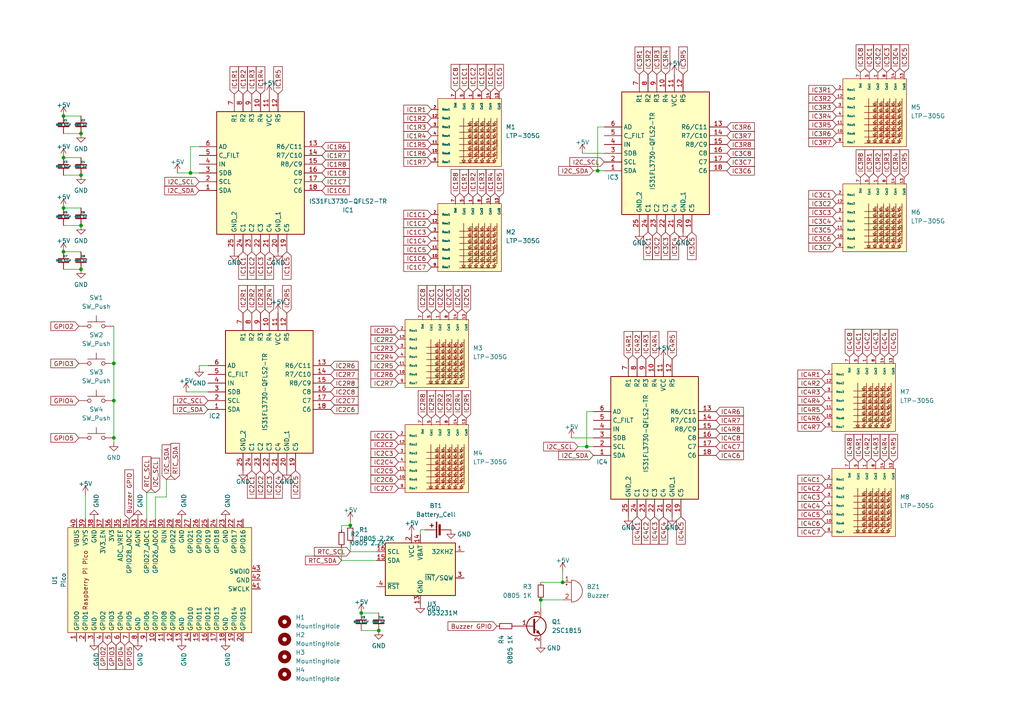
<source format=kicad_sch>
(kicad_sch (version 20230121) (generator eeschema)
  (paper "A4")
  (junction (at 23.495 50.8))
  (junction (at 23.495 38.735))
  (junction (at 18.415 33.655))
  (junction (at 18.415 45.72))
  (junction (at 104.775 177.8))
  (junction (at 101.6 152.4))
  (junction (at 23.495 78.105))
  (junction (at 109.855 182.88))
  (junction (at 18.415 60.325))
  (junction (at 33.02 127))
  (junction (at 23.495 65.405))
  (junction (at 33.02 105.41))
  (junction (at 18.415 73.025))
  (junction (at 33.02 116.205))
  (junction (at 173.355 49.53))
  (junction (at 55.245 50.165))
  (junction (at 156.845 173.99))
  (junction (at 163.195 168.91))
  (junction (at 170.18 129.54))
  (wire (pts (xy 18.415 33.655) (xy 23.495 33.655)))
  (wire (pts (xy 109.855 182.88) (xy 104.775 182.88)))
  (wire (pts (xy 121.92 153.67) (xy 123.19 153.67)))
  (wire (pts (xy 48.26 144.145) (xy 48.26 139.065)))
  (wire (pts (xy 48.26 139.065) (xy 50.8 139.065)))
  (wire (pts (xy 167.64 129.54) (xy 170.18 129.54)))
  (wire (pts (xy 104.775 177.8) (xy 109.855 177.8)))
  (wire (pts (xy 172.085 49.53) (xy 173.355 49.53)))
  (wire (pts (xy 42.545 150.495) (xy 42.545 142.875)))
  (wire (pts (xy 57.785 42.545) (xy 55.245 42.545)))
  (wire (pts (xy 45.085 144.145) (xy 48.26 144.145)))
  (wire (pts (xy 168.91 44.45) (xy 175.26 44.45)))
  (wire (pts (xy 18.415 73.025) (xy 23.495 73.025)))
  (wire (pts (xy 33.02 105.41) (xy 33.02 116.205)))
  (wire (pts (xy 101.6 160.02) (xy 101.6 157.48)))
  (wire (pts (xy 156.845 168.91) (xy 163.195 168.91)))
  (wire (pts (xy 23.495 38.735) (xy 18.415 38.735)))
  (wire (pts (xy 173.355 49.53) (xy 175.26 49.53)))
  (wire (pts (xy 163.195 173.99) (xy 156.845 173.99)))
  (wire (pts (xy 42.545 142.875) (xy 45.085 142.875)))
  (wire (pts (xy 109.22 160.02) (xy 101.6 160.02)))
  (wire (pts (xy 57.785 106.045) (xy 57.785 106.68)))
  (wire (pts (xy 18.415 60.325) (xy 23.495 60.325)))
  (wire (pts (xy 173.355 49.53) (xy 173.355 36.83)))
  (wire (pts (xy 101.6 152.4) (xy 99.06 152.4)))
  (wire (pts (xy 23.495 65.405) (xy 18.415 65.405)))
  (wire (pts (xy 23.495 50.8) (xy 18.415 50.8)))
  (wire (pts (xy 170.18 129.54) (xy 172.085 129.54)))
  (wire (pts (xy 33.02 94.615) (xy 33.02 105.41)))
  (wire (pts (xy 24.765 143.51) (xy 24.765 150.495)))
  (wire (pts (xy 170.18 119.38) (xy 172.085 119.38)))
  (wire (pts (xy 101.6 151.13) (xy 101.6 152.4)))
  (wire (pts (xy 163.195 165.735) (xy 163.195 168.91)))
  (wire (pts (xy 99.06 162.56) (xy 109.22 162.56)))
  (wire (pts (xy 23.495 78.105) (xy 18.415 78.105)))
  (wire (pts (xy 18.415 45.72) (xy 23.495 45.72)))
  (wire (pts (xy 173.355 36.83) (xy 175.26 36.83)))
  (wire (pts (xy 156.845 173.99) (xy 156.845 176.53)))
  (wire (pts (xy 33.02 116.205) (xy 33.02 127)))
  (wire (pts (xy 99.06 152.4) (xy 99.06 153.67)))
  (wire (pts (xy 170.18 129.54) (xy 170.18 119.38)))
  (wire (pts (xy 55.245 50.165) (xy 57.785 50.165)))
  (wire (pts (xy 57.785 106.045) (xy 60.325 106.045)))
  (wire (pts (xy 165.735 127) (xy 172.085 127)))
  (wire (pts (xy 51.435 50.165) (xy 55.245 50.165)))
  (wire (pts (xy 53.975 113.665) (xy 60.325 113.665)))
  (wire (pts (xy 121.92 153.67) (xy 121.92 154.94)))
  (wire (pts (xy 45.085 150.495) (xy 45.085 144.145)))
  (wire (pts (xy 99.06 158.75) (xy 99.06 162.56)))
  (wire (pts (xy 55.245 42.545) (xy 55.245 50.165)))
  (wire (pts (xy 33.02 128.27) (xy 33.02 127)))
  (global_label "IC1C6" (shape input) (at 93.345 55.245 0) (property "Intersheetrefs" "${INTERSHEET_REFS}" (effects hide)))
  (global_label "IC1R3" (shape input) (at 139.7 57.15 90) (property "Intersheetrefs" "${INTERSHEET_REFS}" (effects hide)))
  (global_label "IC2R2" (shape input) (at 115.57 98.425 180) (property "Intersheetrefs" "${INTERSHEET_REFS}" (effects hide)))
  (global_label "IC4R8" (shape input) (at 246.38 133.985 90) (property "Intersheetrefs" "${INTERSHEET_REFS}" (effects hide)))
  (global_label "IC3C6" (shape input) (at 242.57 69.215 180) (property "Intersheetrefs" "${INTERSHEET_REFS}" (effects hide)))
  (global_label "IC1C3" (shape input) (at 75.565 73.025 270) (property "Intersheetrefs" "${INTERSHEET_REFS}" (effects hide)))
  (global_label "IC1R3" (shape input) (at 73.025 27.305 90) (property "Intersheetrefs" "${INTERSHEET_REFS}" (effects hide)))
  (global_label "IC2C3" (shape input) (at 130.175 90.805 90) (property "Intersheetrefs" "${INTERSHEET_REFS}" (effects hide)))
  (global_label "IC4C7" (shape input) (at 239.395 154.305 180) (property "Intersheetrefs" "${INTERSHEET_REFS}" (effects hide)))
  (global_label "IC1C7" (shape input) (at 93.345 52.705 0) (property "Intersheetrefs" "${INTERSHEET_REFS}" (effects hide)))
  (global_label "IC1R7" (shape input) (at 93.345 45.085 0) (property "Intersheetrefs" "${INTERSHEET_REFS}" (effects hide)))
  (global_label "I2C_SDA" (shape input) (at 57.785 55.245 180) (property "Intersheetrefs" "${INTERSHEET_REFS}" (effects hide)))
  (global_label "IC2C3" (shape input) (at 78.105 136.525 270) (property "Intersheetrefs" "${INTERSHEET_REFS}" (effects hide)))
  (global_label "IC1C8" (shape input) (at 132.08 26.67 90) (property "Intersheetrefs" "${INTERSHEET_REFS}" (effects hide)))
  (global_label "IC1R1" (shape input) (at 125.095 31.75 180) (property "Intersheetrefs" "${INTERSHEET_REFS}" (effects hide)))
  (global_label "GPIO4" (shape input) (at 22.86 116.205 180) (property "Intersheetrefs" "${INTERSHEET_REFS}" (effects hide)))
  (global_label "IC3R8" (shape input) (at 249.555 51.435 90) (property "Intersheetrefs" "${INTERSHEET_REFS}" (effects hide)))
  (global_label "IC3C6" (shape input) (at 210.82 49.53 0) (property "Intersheetrefs" "${INTERSHEET_REFS}" (effects hide)))
  (global_label "IC4R2" (shape input) (at 184.785 104.14 90) (property "Intersheetrefs" "${INTERSHEET_REFS}" (effects hide)))
  (global_label "IC1R2" (shape input) (at 137.16 57.15 90) (property "Intersheetrefs" "${INTERSHEET_REFS}" (effects hide)))
  (global_label "IC4R3" (shape input) (at 187.325 104.14 90) (property "Intersheetrefs" "${INTERSHEET_REFS}" (effects hide)))
  (global_label "IC1C5" (shape input) (at 83.185 73.025 270) (property "Intersheetrefs" "${INTERSHEET_REFS}" (effects hide)))
  (global_label "GPIO2" (shape input) (at 29.845 186.055 270) (property "Intersheetrefs" "${INTERSHEET_REFS}" (effects hide)))
  (global_label "IC2R8" (shape input) (at 95.885 111.125 0) (property "Intersheetrefs" "${INTERSHEET_REFS}" (effects hide)))
  (global_label "IC1C1" (shape input) (at 125.095 62.23 180) (property "Intersheetrefs" "${INTERSHEET_REFS}" (effects hide)))
  (global_label "IC2R8" (shape input) (at 122.555 121.285 90) (property "Intersheetrefs" "${INTERSHEET_REFS}" (effects hide)))
  (global_label "IC2R2" (shape input) (at 73.025 90.805 90) (property "Intersheetrefs" "${INTERSHEET_REFS}" (effects hide)))
  (global_label "IC4C8" (shape input) (at 207.645 127 0) (property "Intersheetrefs" "${INTERSHEET_REFS}" (effects hide)))
  (global_label "IC2C2" (shape input) (at 127.635 90.805 90) (property "Intersheetrefs" "${INTERSHEET_REFS}" (effects hide)))
  (global_label "IC3C7" (shape input) (at 210.82 46.99 0) (property "Intersheetrefs" "${INTERSHEET_REFS}" (effects hide)))
  (global_label "GPIO3" (shape input) (at 32.385 186.055 270) (property "Intersheetrefs" "${INTERSHEET_REFS}" (effects hide)))
  (global_label "I2C_SCL" (shape input) (at 45.085 142.875 90) (property "Intersheetrefs" "${INTERSHEET_REFS}" (effects hide)))
  (global_label "IC3R5" (shape input) (at 262.255 51.435 90) (property "Intersheetrefs" "${INTERSHEET_REFS}" (effects hide)))
  (global_label "IC1R5" (shape input) (at 144.78 57.15 90) (property "Intersheetrefs" "${INTERSHEET_REFS}" (effects hide)))
  (global_label "GPIO4" (shape input) (at 34.925 186.055 270) (property "Intersheetrefs" "${INTERSHEET_REFS}" (effects hide)))
  (global_label "IC1C1" (shape input) (at 134.62 26.67 90) (property "Intersheetrefs" "${INTERSHEET_REFS}" (effects hide)))
  (global_label "IC2C1" (shape input) (at 73.025 136.525 270) (property "Intersheetrefs" "${INTERSHEET_REFS}" (effects hide)))
  (global_label "IC1C4" (shape input) (at 78.105 73.025 270) (property "Intersheetrefs" "${INTERSHEET_REFS}" (effects hide)))
  (global_label "GPIO5" (shape input) (at 22.86 127 180) (property "Intersheetrefs" "${INTERSHEET_REFS}" (effects hide)))
  (global_label "IC4C2" (shape input) (at 239.395 141.605 180) (property "Intersheetrefs" "${INTERSHEET_REFS}" (effects hide)))
  (global_label "IC2R5" (shape input) (at 135.255 121.285 90) (property "Intersheetrefs" "${INTERSHEET_REFS}" (effects hide)))
  (global_label "IC2C7" (shape input) (at 95.885 116.205 0) (property "Intersheetrefs" "${INTERSHEET_REFS}" (effects hide)))
  (global_label "IC2C8" (shape input) (at 122.555 90.805 90) (property "Intersheetrefs" "${INTERSHEET_REFS}" (effects hide)))
  (global_label "IC4R7" (shape input) (at 207.645 121.92 0) (property "Intersheetrefs" "${INTERSHEET_REFS}" (effects hide)))
  (global_label "IC2R3" (shape input) (at 115.57 100.965 180) (property "Intersheetrefs" "${INTERSHEET_REFS}" (effects hide)))
  (global_label "IC1R8" (shape input) (at 132.08 57.15 90) (property "Intersheetrefs" "${INTERSHEET_REFS}" (effects hide)))
  (global_label "IC3R6" (shape input) (at 242.57 38.735 180) (property "Intersheetrefs" "${INTERSHEET_REFS}" (effects hide)))
  (global_label "IC3R3" (shape input) (at 257.175 51.435 90) (property "Intersheetrefs" "${INTERSHEET_REFS}" (effects hide)))
  (global_label "IC1R1" (shape input) (at 67.945 27.305 90) (property "Intersheetrefs" "${INTERSHEET_REFS}" (effects hide)))
  (global_label "IC2C1" (shape input) (at 125.095 90.805 90) (property "Intersheetrefs" "${INTERSHEET_REFS}" (effects hide)))
  (global_label "IC4C5" (shape input) (at 259.08 103.505 90) (property "Intersheetrefs" "${INTERSHEET_REFS}" (effects hide)))
  (global_label "IC4C1" (shape input) (at 239.395 139.065 180) (property "Intersheetrefs" "${INTERSHEET_REFS}" (effects hide)))
  (global_label "IC2R4" (shape input) (at 78.105 90.805 90) (property "Intersheetrefs" "${INTERSHEET_REFS}" (effects hide)))
  (global_label "IC1R8" (shape input) (at 93.345 47.625 0) (property "Intersheetrefs" "${INTERSHEET_REFS}" (effects hide)))
  (global_label "IC3R5" (shape input) (at 242.57 36.195 180) (property "Intersheetrefs" "${INTERSHEET_REFS}" (effects hide)))
  (global_label "IC2R4" (shape input) (at 132.715 121.285 90) (property "Intersheetrefs" "${INTERSHEET_REFS}" (effects hide)))
  (global_label "GPIO2" (shape input) (at 22.86 94.615 180) (property "Intersheetrefs" "${INTERSHEET_REFS}" (effects hide)))
  (global_label "IC4C6" (shape input) (at 207.645 132.08 0) (property "Intersheetrefs" "${INTERSHEET_REFS}" (effects hide)))
  (global_label "IC4R6" (shape input) (at 239.395 121.285 180) (property "Intersheetrefs" "${INTERSHEET_REFS}" (effects hide)))
  (global_label "IC3R3" (shape input) (at 242.57 31.115 180) (property "Intersheetrefs" "${INTERSHEET_REFS}" (effects hide)))
  (global_label "IC3R7" (shape input) (at 210.82 39.37 0) (property "Intersheetrefs" "${INTERSHEET_REFS}" (effects hide)))
  (global_label "IC1R2" (shape input) (at 70.485 27.305 90) (property "Intersheetrefs" "${INTERSHEET_REFS}" (effects hide)))
  (global_label "IC1C2" (shape input) (at 137.16 26.67 90) (property "Intersheetrefs" "${INTERSHEET_REFS}" (effects hide)))
  (global_label "I2C_SDA" (shape input) (at 172.085 49.53 180) (property "Intersheetrefs" "${INTERSHEET_REFS}" (effects hide)))
  (global_label "IC1C5" (shape input) (at 125.095 72.39 180) (property "Intersheetrefs" "${INTERSHEET_REFS}" (effects hide)))
  (global_label "IC2R6" (shape input) (at 115.57 108.585 180) (property "Intersheetrefs" "${INTERSHEET_REFS}" (effects hide)))
  (global_label "I2C_SDA" (shape input) (at 172.085 132.08 180) (property "Intersheetrefs" "${INTERSHEET_REFS}" (effects hide)))
  (global_label "IC4C4" (shape input) (at 256.54 103.505 90) (property "Intersheetrefs" "${INTERSHEET_REFS}" (effects hide)))
  (global_label "RTC_SDA" (shape input) (at 99.06 162.56 180) (property "Intersheetrefs" "${INTERSHEET_REFS}" (effects hide)))
  (global_label "IC4R5" (shape input) (at 194.945 104.14 90) (property "Intersheetrefs" "${INTERSHEET_REFS}" (effects hide)))
  (global_label "IC3R8" (shape input) (at 210.82 41.91 0) (property "Intersheetrefs" "${INTERSHEET_REFS}" (effects hide)))
  (global_label "IC2C4" (shape input) (at 132.715 90.805 90) (property "Intersheetrefs" "${INTERSHEET_REFS}" (effects hide)))
  (global_label "IC3R7" (shape input) (at 242.57 41.275 180) (property "Intersheetrefs" "${INTERSHEET_REFS}" (effects hide)))
  (global_label "IC3R1" (shape input) (at 252.095 51.435 90) (property "Intersheetrefs" "${INTERSHEET_REFS}" (effects hide)))
  (global_label "IC1R6" (shape input) (at 93.345 42.545 0) (property "Intersheetrefs" "${INTERSHEET_REFS}" (effects hide)))
  (global_label "IC4R2" (shape input) (at 239.395 111.125 180) (property "Intersheetrefs" "${INTERSHEET_REFS}" (effects hide)))
  (global_label "IC2C7" (shape input) (at 115.57 141.605 180) (property "Intersheetrefs" "${INTERSHEET_REFS}" (effects hide)))
  (global_label "IC2R3" (shape input) (at 130.175 121.285 90) (property "Intersheetrefs" "${INTERSHEET_REFS}" (effects hide)))
  (global_label "IC3R4" (shape input) (at 259.715 51.435 90) (property "Intersheetrefs" "${INTERSHEET_REFS}" (effects hide)))
  (global_label "IC2C1" (shape input) (at 115.57 126.365 180) (property "Intersheetrefs" "${INTERSHEET_REFS}" (effects hide)))
  (global_label "IC3C3" (shape input) (at 257.175 20.955 90) (property "Intersheetrefs" "${INTERSHEET_REFS}" (effects hide)))
  (global_label "IC4C3" (shape input) (at 189.865 149.86 270) (property "Intersheetrefs" "${INTERSHEET_REFS}" (effects hide)))
  (global_label "IC2C2" (shape input) (at 75.565 136.525 270) (property "Intersheetrefs" "${INTERSHEET_REFS}" (effects hide)))
  (global_label "IC1C4" (shape input) (at 142.24 26.67 90) (property "Intersheetrefs" "${INTERSHEET_REFS}" (effects hide)))
  (global_label "IC1C2" (shape input) (at 125.095 64.77 180) (property "Intersheetrefs" "${INTERSHEET_REFS}" (effects hide)))
  (global_label "IC1R3" (shape input) (at 125.095 36.83 180) (property "Intersheetrefs" "${INTERSHEET_REFS}" (effects hide)))
  (global_label "IC1R4" (shape input) (at 125.095 39.37 180) (property "Intersheetrefs" "${INTERSHEET_REFS}" (effects hide)))
  (global_label "Buzzer GPIO" (shape input) (at 144.145 181.61 180) (property "Intersheetrefs" "${INTERSHEET_REFS}" (effects hide)))
  (global_label "IC1R1" (shape input) (at 134.62 57.15 90) (property "Intersheetrefs" "${INTERSHEET_REFS}" (effects hide)))
  (global_label "IC2C4" (shape input) (at 115.57 133.985 180) (property "Intersheetrefs" "${INTERSHEET_REFS}" (effects hide)))
  (global_label "IC2C8" (shape input) (at 95.885 113.665 0) (property "Intersheetrefs" "${INTERSHEET_REFS}" (effects hide)))
  (global_label "IC3C1" (shape input) (at 242.57 56.515 180) (property "Intersheetrefs" "${INTERSHEET_REFS}" (effects hide)))
  (global_label "IC2C6" (shape input) (at 115.57 139.065 180) (property "Intersheetrefs" "${INTERSHEET_REFS}" (effects hide)))
  (global_label "IC1C1" (shape input) (at 70.485 73.025 270) (property "Intersheetrefs" "${INTERSHEET_REFS}" (effects hide)))
  (global_label "IC4C5" (shape input) (at 239.395 149.225 180) (property "Intersheetrefs" "${INTERSHEET_REFS}" (effects hide)))
  (global_label "IC3C2" (shape input) (at 242.57 59.055 180) (property "Intersheetrefs" "${INTERSHEET_REFS}" (effects hide)))
  (global_label "IC3C2" (shape input) (at 190.5 67.31 270) (property "Intersheetrefs" "${INTERSHEET_REFS}" (effects hide)))
  (global_label "IC4R1" (shape input) (at 248.92 133.985 90) (property "Intersheetrefs" "${INTERSHEET_REFS}" (effects hide)))
  (global_label "IC4R4" (shape input) (at 189.865 104.14 90) (property "Intersheetrefs" "${INTERSHEET_REFS}" (effects hide)))
  (global_label "IC1C6" (shape input) (at 125.095 74.93 180) (property "Intersheetrefs" "${INTERSHEET_REFS}" (effects hide)))
  (global_label "IC1R5" (shape input) (at 80.645 27.305 90) (property "Intersheetrefs" "${INTERSHEET_REFS}" (effects hide)))
  (global_label "IC2C6" (shape input) (at 95.885 118.745 0) (property "Intersheetrefs" "${INTERSHEET_REFS}" (effects hide)))
  (global_label "IC2C5" (shape input) (at 85.725 136.525 270) (property "Intersheetrefs" "${INTERSHEET_REFS}" (effects hide)))
  (global_label "IC3C4" (shape input) (at 195.58 67.31 270) (property "Intersheetrefs" "${INTERSHEET_REFS}" (effects hide)))
  (global_label "IC2R4" (shape input) (at 115.57 103.505 180) (property "Intersheetrefs" "${INTERSHEET_REFS}" (effects hide)))
  (global_label "IC2R6" (shape input) (at 95.885 106.045 0) (property "Intersheetrefs" "${INTERSHEET_REFS}" (effects hide)))
  (global_label "IC3C4" (shape input) (at 242.57 64.135 180) (property "Intersheetrefs" "${INTERSHEET_REFS}" (effects hide)))
  (global_label "IC4C2" (shape input) (at 251.46 103.505 90) (property "Intersheetrefs" "${INTERSHEET_REFS}" (effects hide)))
  (global_label "IC4C1" (shape input) (at 184.785 149.86 270) (property "Intersheetrefs" "${INTERSHEET_REFS}" (effects hide)))
  (global_label "IC3R2" (shape input) (at 242.57 28.575 180) (property "Intersheetrefs" "${INTERSHEET_REFS}" (effects hide)))
  (global_label "IC4R6" (shape input) (at 207.645 119.38 0) (property "Intersheetrefs" "${INTERSHEET_REFS}" (effects hide)))
  (global_label "IC4C3" (shape input) (at 239.395 144.145 180) (property "Intersheetrefs" "${INTERSHEET_REFS}" (effects hide)))
  (global_label "IC4R3" (shape input) (at 254 133.985 90) (property "Intersheetrefs" "${INTERSHEET_REFS}" (effects hide)))
  (global_label "IC2R2" (shape input) (at 127.635 121.285 90) (property "Intersheetrefs" "${INTERSHEET_REFS}" (effects hide)))
  (global_label "RTC_SDA" (shape input) (at 50.8 139.065 90) (property "Intersheetrefs" "${INTERSHEET_REFS}" (effects hide)))
  (global_label "I2C_SDA" (shape input) (at 48.26 139.065 90) (property "Intersheetrefs" "${INTERSHEET_REFS}" (effects hide)))
  (global_label "IC4R7" (shape input) (at 239.395 123.825 180) (property "Intersheetrefs" "${INTERSHEET_REFS}" (effects hide)))
  (global_label "IC1C3" (shape input) (at 125.095 67.31 180) (property "Intersheetrefs" "${INTERSHEET_REFS}" (effects hide)))
  (global_label "IC3R6" (shape input) (at 210.82 36.83 0) (property "Intersheetrefs" "${INTERSHEET_REFS}" (effects hide)))
  (global_label "IC2R1" (shape input) (at 115.57 95.885 180) (property "Intersheetrefs" "${INTERSHEET_REFS}" (effects hide)))
  (global_label "IC4R8" (shape input) (at 207.645 124.46 0) (property "Intersheetrefs" "${INTERSHEET_REFS}" (effects hide)))
  (global_label "GPIO3" (shape input) (at 22.86 105.41 180) (property "Intersheetrefs" "${INTERSHEET_REFS}" (effects hide)))
  (global_label "IC3C5" (shape input) (at 200.66 67.31 270) (property "Intersheetrefs" "${INTERSHEET_REFS}" (effects hide)))
  (global_label "IC2R7" (shape input) (at 95.885 108.585 0) (property "Intersheetrefs" "${INTERSHEET_REFS}" (effects hide)))
  (global_label "IC2R1" (shape input) (at 70.485 90.805 90) (property "Intersheetrefs" "${INTERSHEET_REFS}" (effects hide)))
  (global_label "IC4C3" (shape input) (at 254 103.505 90) (property "Intersheetrefs" "${INTERSHEET_REFS}" (effects hide)))
  (global_label "IC1C2" (shape input) (at 73.025 73.025 270) (property "Intersheetrefs" "${INTERSHEET_REFS}" (effects hide)))
  (global_label "IC4R3" (shape input) (at 239.395 113.665 180) (property "Intersheetrefs" "${INTERSHEET_REFS}" (effects hide)))
  (global_label "IC3C2" (shape input) (at 254.635 20.955 90) (property "Intersheetrefs" "${INTERSHEET_REFS}" (effects hide)))
  (global_label "IC4C6" (shape input) (at 239.395 151.765 180) (property "Intersheetrefs" "${INTERSHEET_REFS}" (effects hide)))
  (global_label "IC2R7" (shape input) (at 115.57 111.125 180) (property "Intersheetrefs" "${INTERSHEET_REFS}" (effects hide)))
  (global_label "IC2R1" (shape input) (at 125.095 121.285 90) (property "Intersheetrefs" "${INTERSHEET_REFS}" (effects hide)))
  (global_label "IC4C4" (shape input) (at 239.395 146.685 180) (property "Intersheetrefs" "${INTERSHEET_REFS}" (effects hide)))
  (global_label "IC2C3" (shape input) (at 115.57 131.445 180) (property "Intersheetrefs" "${INTERSHEET_REFS}" (effects hide)))
  (global_label "GPIO5" (shape input) (at 37.465 186.055 270) (property "Intersheetrefs" "${INTERSHEET_REFS}" (effects hide)))
  (global_label "I2C_SCL" (shape input) (at 167.64 129.54 180) (property "Intersheetrefs" "${INTERSHEET_REFS}" (effects hide)))
  (global_label "IC1R7" (shape input) (at 125.095 46.99 180) (property "Intersheetrefs" "${INTERSHEET_REFS}" (effects hide)))
  (global_label "IC4R4" (shape input) (at 239.395 116.205 180) (property "Intersheetrefs" "${INTERSHEET_REFS}" (effects hide)))
  (global_label "IC3R2" (shape input) (at 254.635 51.435 90) (property "Intersheetrefs" "${INTERSHEET_REFS}" (effects hide)))
  (global_label "IC3C4" (shape input) (at 259.715 20.955 90) (property "Intersheetrefs" "${INTERSHEET_REFS}" (effects hide)))
  (global_label "IC3C8" (shape input) (at 210.82 44.45 0) (property "Intersheetrefs" "${INTERSHEET_REFS}" (effects hide)))
  (global_label "IC3C5" (shape input) (at 242.57 66.675 180) (property "Intersheetrefs" "${INTERSHEET_REFS}" (effects hide)))
  (global_label "IC3C3" (shape input) (at 242.57 61.595 180) (property "Intersheetrefs" "${INTERSHEET_REFS}" (effects hide)))
  (global_label "IC3R4" (shape input) (at 242.57 33.655 180) (property "Intersheetrefs" "${INTERSHEET_REFS}" (effects hide)))
  (global_label "IC4R1" (shape input) (at 182.245 104.14 90) (property "Intersheetrefs" "${INTERSHEET_REFS}" (effects hide)))
  (global_label "Buzzer GPIO" (shape input) (at 37.465 150.495 90) (property "Intersheetrefs" "${INTERSHEET_REFS}" (effects hide)))
  (global_label "IC2R3" (shape input) (at 75.565 90.805 90) (property "Intersheetrefs" "${INTERSHEET_REFS}" (effects hide)))
  (global_label "IC4C5" (shape input) (at 197.485 149.86 270) (property "Intersheetrefs" "${INTERSHEET_REFS}" (effects hide)))
  (global_label "IC4C4" (shape input) (at 192.405 149.86 270) (property "Intersheetrefs" "${INTERSHEET_REFS}" (effects hide)))
  (global_label "IC2R5" (shape input) (at 83.185 90.805 90) (property "Intersheetrefs" "${INTERSHEET_REFS}" (effects hide)))
  (global_label "IC3R2" (shape input) (at 187.96 21.59 90) (property "Intersheetrefs" "${INTERSHEET_REFS}" (effects hide)))
  (global_label "I2C_SCL" (shape input) (at 57.785 52.705 180) (property "Intersheetrefs" "${INTERSHEET_REFS}" (effects hide)))
  (global_label "IC4C7" (shape input) (at 207.645 129.54 0) (property "Intersheetrefs" "${INTERSHEET_REFS}" (effects hide)))
  (global_label "IC4C2" (shape input) (at 187.325 149.86 270) (property "Intersheetrefs" "${INTERSHEET_REFS}" (effects hide)))
  (global_label "I2C_SCL" (shape input) (at 175.26 46.99 180) (property "Intersheetrefs" "${INTERSHEET_REFS}" (effects hide)))
  (global_label "IC3R1" (shape input) (at 242.57 26.035 180) (property "Intersheetrefs" "${INTERSHEET_REFS}" (effects hide)))
  (global_label "IC1R4" (shape input) (at 75.565 27.305 90) (property "Intersheetrefs" "${INTERSHEET_REFS}" (effects hide)))
  (global_label "RTC_SCL" (shape input) (at 101.6 160.02 180) (property "Intersheetrefs" "${INTERSHEET_REFS}" (effects hide)))
  (global_label "IC3R5" (shape input) (at 198.12 21.59 90) (property "Intersheetrefs" "${INTERSHEET_REFS}" (effects hide)))
  (global_label "IC1R2" (shape input) (at 125.095 34.29 180) (property "Intersheetrefs" "${INTERSHEET_REFS}" (effects hide)))
  (global_label "IC1C3" (shape input) (at 139.7 26.67 90) (property "Intersheetrefs" "${INTERSHEET_REFS}" (effects hide)))
  (global_label "IC3R1" (shape input) (at 185.42 21.59 90) (property "Intersheetrefs" "${INTERSHEET_REFS}" (effects hide)))
  (global_label "IC1R6" (shape input) (at 125.095 44.45 180) (property "Intersheetrefs" "${INTERSHEET_REFS}" (effects hide)))
  (global_label "IC3C5" (shape input) (at 262.255 20.955 90) (property "Intersheetrefs" "${INTERSHEET_REFS}" (effects hide)))
  (global_label "IC2C2" (shape input) (at 115.57 128.905 180) (property "Intersheetrefs" "${INTERSHEET_REFS}" (effects hide)))
  (global_label "IC1C7" (shape input) (at 125.095 77.47 180) (property "Intersheetrefs" "${INTERSHEET_REFS}" (effects hide)))
  (global_label "IC4R5" (shape input) (at 259.08 133.985 90) (property "Intersheetrefs" "${INTERSHEET_REFS}" (effects hide)))
  (global_label "IC4C1" (shape input) (at 248.92 103.505 90) (property "Intersheetrefs" "${INTERSHEET_REFS}" (effects hide)))
  (global_label "I2C_SDA" (shape input) (at 60.325 118.745 180) (property "Intersheetrefs" "${INTERSHEET_REFS}" (effects hide)))
  (global_label "IC1R5" (shape input) (at 125.095 41.91 180) (property "Intersheetrefs" "${INTERSHEET_REFS}" (effects hide)))
  (global_label "IC3R3" (shape input) (at 190.5 21.59 90) (property "Intersheetrefs" "${INTERSHEET_REFS}" (effects hide)))
  (global_label "IC4C8" (shape input) (at 246.38 103.505 90) (property "Intersheetrefs" "${INTERSHEET_REFS}" (effects hide)))
  (global_label "IC3C3" (shape input) (at 193.04 67.31 270) (property "Intersheetrefs" "${INTERSHEET_REFS}" (effects hide)))
  (global_label "I2C_SCL" (shape input) (at 60.325 116.205 180) (property "Intersheetrefs" "${INTERSHEET_REFS}" (effects hide)))
  (global_label "IC2C5" (shape input) (at 115.57 136.525 180) (property "Intersheetrefs" "${INTERSHEET_REFS}" (effects hide)))
  (global_label "IC2R5" (shape input) (at 115.57 106.045 180) (property "Intersheetrefs" "${INTERSHEET_REFS}" (effects hide)))
  (global_label "IC2C5" (shape input) (at 135.255 90.805 90) (property "Intersheetrefs" "${INTERSHEET_REFS}" (effects hide)))
  (global_label "IC4R5" (shape input) (at 239.395 118.745 180) (property "Intersheetrefs" "${INTERSHEET_REFS}" (effects hide)))
  (global_label "IC1C8" (shape input) (at 93.345 50.165 0) (property "Intersheetrefs" "${INTERSHEET_REFS}" (effects hide)))
  (global_label "RTC_SCL" (shape input) (at 42.545 142.875 90) (property "Intersheetrefs" "${INTERSHEET_REFS}" (effects hide)))
  (global_label "IC3C1" (shape input) (at 252.095 20.955 90) (property "Intersheetrefs" "${INTERSHEET_REFS}" (effects hide)))
  (global_label "IC3C7" (shape input) (at 242.57 71.755 180) (property "Intersheetrefs" "${INTERSHEET_REFS}" (effects hide)))
  (global_label "IC1R4" (shape input) (at 142.24 57.15 90) (property "Intersheetrefs" "${INTERSHEET_REFS}" (effects hide)))
  (global_label "IC3C8" (shape input) (at 249.555 20.955 90) (property "Intersheetrefs" "${INTERSHEET_REFS}" (effects hide)))
  (global_label "IC4R2" (shape input) (at 251.46 133.985 90) (property "Intersheetrefs" "${INTERSHEET_REFS}" (effects hide)))
  (global_label "IC3C1" (shape input) (at 187.96 67.31 270) (property "Intersheetrefs" "${INTERSHEET_REFS}" (effects hide)))
  (global_label "IC1C5" (shape input) (at 144.78 26.67 90) (property "Intersheetrefs" "${INTERSHEET_REFS}" (effects hide)))
  (global_label "IC4R1" (shape input) (at 239.395 108.585 180) (property "Intersheetrefs" "${INTERSHEET_REFS}" (effects hide)))
  (global_label "IC2C4" (shape input) (at 80.645 136.525 270) (property "Intersheetrefs" "${INTERSHEET_REFS}" (effects hide)))
  (global_label "IC1C4" (shape input) (at 125.095 69.85 180) (property "Intersheetrefs" "${INTERSHEET_REFS}" (effects hide)))
  (global_label "IC4R4" (shape input) (at 256.54 133.985 90) (property "Intersheetrefs" "${INTERSHEET_REFS}" (effects hide)))
  (global_label "IC3R4" (shape input) (at 193.04 21.59 90) (property "Intersheetrefs" "${INTERSHEET_REFS}" (effects hide)))
  (symbol (lib_id "Switch:SW_Push") (at 27.94 127 0) (unit 1)
    (property "Reference" "SW4" (at 27.94 118.745 0))
    (property "Value" "SW_Push" (at 27.94 121.285 0))
    (property "Footprint" "Button_Switch_SMD:SW_Push_SPST_NO_Alps_SKRK" (effects hide))
  )
  (symbol (lib_id "power:GND") (at 80.645 73.025 0) (mirror y) (unit 1)
    (property "Reference" "#PWR012" (effects hide))
    (property "Value" "GND" (at 80.645 76.2 0))
  )
  (symbol (lib_id "power:GND") (at 23.495 65.405 0) (unit 1)
    (property "Reference" "#PWR08" (effects hide))
    (property "Value" "GND" (at 23.495 69.85 0))
  )
  (symbol (lib_id "Device:C_Small") (at 104.775 180.34 0) (unit 1)
    (property "Reference" "C9" (at 105.41 179.07 0) (effects (font (size 0.5 0.5))))
    (property "Value" "0805 0.1uF" (at 104.775 180.34 0) (effects (font (size 0.5 0.5))))
    (property "Footprint" "Capacitor_SMD:C_0805_2012Metric" (effects hide))
  )
  (symbol (lib_id "IS31FL3730-QFLS2-TR:IS31FL3730-QFLS2-TR") (at 172.085 132.08 0) (mirror x) (unit 1)
    (property "Reference" "IC4" (at 174.625 133.985 0))
    (property "Value" "IS31FL3730-QFLS2-TR" (at 187.325 125.73 90))
    (property "Footprint" "Package_DFN_QFN:QFN-24-1EP_4x4mm_P0.5mm_EP2.6x2.6mm" (effects hide))
    (property "Datasheet" "https://componentsearchengine.com/Datasheets/1/IS31FL3730-QFLS2-TR.pdf" (effects hide))
    (property "Height" "0.8" (effects hide))
    (property "Mouser Part Number" "870-IS31FL3730QFLS2R" (effects hide))
    (property "Mouser Price/Stock" "https://www.mouser.com/Search/Refine.aspx?Keyword=870-IS31FL3730QFLS2R" (effects hide))
    (property "Manufacturer_Name" "Integrated Silicon Solution Inc." (effects hide))
    (property "Manufacturer_Part_Number" "IS31FL3730-QFLS2-TR" (effects hide))
  )
  (symbol (lib_id "power:GND") (at 57.785 106.68 0) (unit 1)
    (property "Reference" "#PWR023" (effects hide))
    (property "Value" "GND" (at 57.785 111.125 0))
  )
  (symbol (lib_id "Timer_RTC:DS3231M") (at 121.92 165.1 0) (unit 1)
    (property "Reference" "U3" (at 123.8759 175.26 0) (effects (justify left)))
    (property "Value" "DS3231M" (at 123.8759 177.8 0) (effects (justify left)))
    (property "Footprint" "Package_SO:SOIC-16W_7.5x10.3mm_P1.27mm" (effects hide))
    (property "Datasheet" "http://datasheets.maximintegrated.com/en/ds/DS3231.pdf" (effects hide))
  )
  (symbol (lib_id "power:+5V") (at 53.975 113.665 0) (unit 1)
    (property "Reference" "#PWR02" (effects hide))
    (property "Value" "+5V" (at 53.975 110.49 0))
  )
  (symbol (lib_id "power:+5V") (at 80.645 90.805 0) (unit 1)
    (property "Reference" "#PWR013" (effects hide))
    (property "Value" "+5V" (at 80.645 87.63 0))
  )
  (symbol (lib_id "power:+5V") (at 18.415 73.025 0) (unit 1)
    (property "Reference" "#PWR024" (effects hide))
    (property "Value" "+5V" (at 18.415 69.85 0))
  )
  (symbol (lib_id "Transistor_BJT:BC817") (at 154.305 181.61 0) (unit 1)
    (property "Reference" "Q1" (at 160.02 180.34 0) (effects (justify left)))
    (property "Value" "2SC1815" (at 160.02 182.88 0) (effects (justify left)))
    (property "Footprint" "Package_TO_SOT_SMD:SOT-23" (effects hide))
    (property "Datasheet" "https://www.onsemi.com/pub/Collateral/BC818-D.pdf" (effects hide))
  )
  (symbol (lib_id "Device:R_Small") (at 146.685 181.61 90) (mirror x) (unit 1)
    (property "Reference" "R4" (at 145.415 184.15 0) (effects (justify left)))
    (property "Value" "0805 1K" (at 147.955 184.15 0) (effects (justify left)))
    (property "Footprint" "Resistor_SMD:R_0805_2012Metric" (effects hide))
  )
  (symbol (lib_id "power:GND") (at 185.42 67.31 0) (mirror y) (unit 1)
    (property "Reference" "#PWR016" (effects hide))
    (property "Value" "GND" (at 185.42 70.485 0))
  )
  (symbol (lib_id "power:GND") (at 33.02 128.27 0) (mirror y) (unit 1)
    (property "Reference" "#PWR042" (effects hide))
    (property "Value" "GND" (at 33.02 132.715 0))
  )
  (symbol (lib_id "Device:Buzzer") (at 165.735 171.45 0) (unit 1)
    (property "Reference" "BZ1" (at 170.18 170.18 0) (effects (justify left)))
    (property "Value" "Buzzer" (at 170.18 172.72 0) (effects (justify left)))
    (property "Footprint" "Buzzer_Beeper:Buzzer_TDK_PS1240P02BT_D12.2mm_H6.5mm" (effects hide))
  )
  (symbol (lib_id "power:GND") (at 23.495 50.8 0) (unit 1)
    (property "Reference" "#PWR06" (effects hide))
    (property "Value" "GND" (at 23.495 55.245 0))
  )
  (symbol (lib_id "power:+5V") (at 101.6 151.13 0) (unit 1)
    (property "Reference" "#PWR039" (effects hide))
    (property "Value" "+5V" (at 101.6 147.955 0))
  )
  (symbol (lib_id "Device:C_Small") (at 18.415 75.565 0) (unit 1)
    (property "Reference" "C7" (at 19.05 74.295 0) (effects (font (size 0.5 0.5))))
    (property "Value" "0805 0.1uF" (at 18.415 75.565 0) (effects (font (size 0.5 0.5))))
    (property "Footprint" "Capacitor_SMD:C_0805_2012Metric" (effects hide))
  )
  (symbol (lib_id "Device:C_Small") (at 109.855 180.34 0) (unit 1)
    (property "Reference" "C10" (at 110.49 179.07 0) (effects (font (size 0.5 0.5))))
    (property "Value" "0805 1uF" (at 109.855 180.34 0) (effects (font (size 0.5 0.5))))
    (property "Footprint" "Capacitor_SMD:C_0805_2012Metric" (effects hide))
  )
  (symbol (lib_id "power:GND") (at 65.405 186.055 0) (unit 1)
    (property "Reference" "#PWR034" (effects hide))
    (property "Value" "GND" (at 66.04 189.23 90) (effects (justify right)))
  )
  (symbol (lib_id "Device:R_Small") (at 101.6 154.94 0) (unit 1)
    (property "Reference" "R1" (at 104.14 153.67 0) (effects (justify left)))
    (property "Value" "0805 2.2K" (at 104.14 156.21 0) (effects (justify left)))
    (property "Footprint" "Resistor_SMD:R_0805_2012Metric" (effects hide))
  )
  (symbol (lib_id "power:+5V") (at 51.435 50.165 0) (unit 1)
    (property "Reference" "#PWR01" (effects hide))
    (property "Value" "+5V" (at 51.435 46.99 0))
  )
  (symbol (lib_id "Device:C_Small") (at 18.415 36.195 0) (unit 1)
    (property "Reference" "C1" (at 19.05 34.925 0) (effects (font (size 0.5 0.5))))
    (property "Value" "0805 0.1uF" (at 18.415 36.195 0) (effects (font (size 0.5 0.5))))
    (property "Footprint" "Capacitor_SMD:C_0805_2012Metric" (effects hide))
  )
  (symbol (lib_id "Mechanical:MountingHole") (at 82.55 180.34 0) (unit 1)
    (property "Reference" "H1" (at 85.725 179.07 0) (effects (justify left)))
    (property "Value" "MountingHole" (at 85.725 181.61 0) (effects (justify left)))
    (property "Footprint" "MountingHole:MountingHole_2.2mm_M2" (effects hide))
  )
  (symbol (lib_id "Device:C_Small") (at 23.495 62.865 0) (unit 1)
    (property "Reference" "C6" (at 24.13 61.595 0) (effects (font (size 0.5 0.5))))
    (property "Value" "0805 1uF" (at 23.495 62.865 0) (effects (font (size 0.5 0.5))))
    (property "Footprint" "Capacitor_SMD:C_0805_2012Metric" (effects hide))
  )
  (symbol (lib_id "Switch:SW_Push") (at 27.94 116.205 0) (unit 1)
    (property "Reference" "SW3" (at 27.94 107.95 0))
    (property "Value" "SW_Push" (at 27.94 110.49 0))
    (property "Footprint" "Button_Switch_SMD:SW_Push_SPST_NO_Alps_SKRK" (effects hide))
  )
  (symbol (lib_id "power:GND") (at 40.005 186.055 0) (unit 1)
    (property "Reference" "#PWR032" (effects hide))
    (property "Value" "GND" (at 40.64 189.23 90) (effects (justify right)))
  )
  (symbol (lib_id "power:GND") (at 65.405 150.495 0) (mirror x) (unit 1)
    (property "Reference" "#PWR030" (effects hide))
    (property "Value" "GND" (at 66.04 147.32 90) (effects (justify right)))
  )
  (symbol (lib_id "Device:Battery_Cell") (at 128.27 153.67 90) (unit 1)
    (property "Reference" "BT1" (at 126.4285 146.685 90))
    (property "Value" "Battery_Cell" (at 126.4285 149.225 90))
    (property "Footprint" "Battery:BatteryHolder_LINX_BAT-HLD-012-SMT" (effects hide))
  )
  (symbol (lib_id "power:+5V") (at 165.735 127 0) (unit 1)
    (property "Reference" "#PWR019" (effects hide))
    (property "Value" "+5V" (at 165.735 123.825 0))
  )
  (symbol (lib_id "ltp-305g:LTP-305G") (at 226.695 147.955 0) (unit 1)
    (property "Reference" "M8" (at 260.985 144.145 0) (effects (justify left)))
    (property "Value" "LTP-305G" (at 260.985 146.685 0) (effects (justify left)))
    (property "Footprint" "LTP-305G:LTP-305G" (effects hide))
    (property "Datasheet" "https://media.digikey.com/pdf/Data%20Sheets/Lite-On%20PDFs/LTP-305G.pdf" (effects hide))
  )
  (symbol (lib_id "ltp-305g:LTP-305G") (at 229.87 65.405 0) (unit 1)
    (property "Reference" "M6" (at 264.16 61.595 0) (effects (justify left)))
    (property "Value" "LTP-305G" (at 264.16 64.135 0) (effects (justify left)))
    (property "Footprint" "LTP-305G:LTP-305G" (effects hide))
    (property "Datasheet" "https://media.digikey.com/pdf/Data%20Sheets/Lite-On%20PDFs/LTP-305G.pdf" (effects hide))
  )
  (symbol (lib_id "Mechanical:MountingHole") (at 82.55 195.58 0) (unit 1)
    (property "Reference" "H4" (at 85.725 194.31 0) (effects (justify left)))
    (property "Value" "MountingHole" (at 85.725 196.85 0) (effects (justify left)))
    (property "Footprint" "MountingHole:MountingHole_2.2mm_M2" (effects hide))
  )
  (symbol (lib_id "Device:R_Small") (at 99.06 156.21 0) (unit 1)
    (property "Reference" "R2" (at 101.6 154.94 0) (effects (justify left)))
    (property "Value" "0805 2.2K" (at 101.6 157.48 0) (effects (justify left)))
    (property "Footprint" "Resistor_SMD:R_0805_2012Metric" (effects hide))
  )
  (symbol (lib_id "Mechanical:MountingHole") (at 82.55 190.5 0) (unit 1)
    (property "Reference" "H3" (at 85.725 189.23 0) (effects (justify left)))
    (property "Value" "MountingHole" (at 85.725 191.77 0) (effects (justify left)))
    (property "Footprint" "MountingHole:MountingHole_2.2mm_M2" (effects hide))
  )
  (symbol (lib_id "IS31FL3730-QFLS2-TR:IS31FL3730-QFLS2-TR") (at 57.785 55.245 0) (mirror x) (unit 1)
    (property "Reference" "IC1" (at 100.965 60.9347 0))
    (property "Value" "IS31FL3730-QFLS2-TR" (at 100.965 58.3947 0))
    (property "Footprint" "Package_DFN_QFN:QFN-24-1EP_4x4mm_P0.5mm_EP2.6x2.6mm" (effects hide))
    (property "Datasheet" "https://componentsearchengine.com/Datasheets/1/IS31FL3730-QFLS2-TR.pdf" (effects hide))
    (property "Height" "0.8" (effects hide))
    (property "Mouser Part Number" "870-IS31FL3730QFLS2R" (effects hide))
    (property "Mouser Price/Stock" "https://www.mouser.com/Search/Refine.aspx?Keyword=870-IS31FL3730QFLS2R" (effects hide))
    (property "Manufacturer_Name" "Integrated Silicon Solution Inc." (effects hide))
    (property "Manufacturer_Part_Number" "IS31FL3730-QFLS2-TR" (effects hide))
  )
  (symbol (lib_id "ltp-305g:LTP-305G") (at 226.695 117.475 0) (unit 1)
    (property "Reference" "M7" (at 260.985 113.665 0) (effects (justify left)))
    (property "Value" "LTP-305G" (at 260.985 116.205 0) (effects (justify left)))
    (property "Footprint" "LTP-305G:LTP-305G" (effects hide))
    (property "Datasheet" "https://media.digikey.com/pdf/Data%20Sheets/Lite-On%20PDFs/LTP-305G.pdf" (effects hide))
  )
  (symbol (lib_id "MCU_RaspberryPi_and_Boards:Pico") (at 46.355 168.275 90) (unit 1)
    (property "Reference" "U1" (at 15.875 168.275 0))
    (property "Value" "Pico" (at 18.415 168.275 0))
    (property "Footprint" "MCU_RaspberryPi_and_Boards:RPi_Pico_SMD_TH" (effects hide))
  )
  (symbol (lib_id "power:GND") (at 182.245 149.86 0) (mirror y) (unit 1)
    (property "Reference" "#PWR020" (effects hide))
    (property "Value" "GND" (at 182.245 153.035 0))
  )
  (symbol (lib_id "power:GND") (at 130.81 153.67 0) (unit 1)
    (property "Reference" "#PWR035" (effects hide))
    (property "Value" "GND" (at 134.62 154.94 0))
  )
  (symbol (lib_id "power:+5V") (at 192.405 104.14 0) (unit 1)
    (property "Reference" "#PWR021" (effects hide))
    (property "Value" "+5V" (at 192.405 100.965 0))
  )
  (symbol (lib_id "power:GND") (at 52.705 150.495 0) (mirror x) (unit 1)
    (property "Reference" "#PWR029" (effects hide))
    (property "Value" "GND" (at 53.34 147.32 90) (effects (justify right)))
  )
  (symbol (lib_id "ltp-305g:LTP-305G") (at 112.395 40.64 0) (unit 1)
    (property "Reference" "M1" (at 146.685 36.83 0) (effects (justify left)))
    (property "Value" "LTP-305G" (at 146.685 39.37 0) (effects (justify left)))
    (property "Footprint" "LTP-305G:LTP-305G" (effects hide))
    (property "Datasheet" "https://media.digikey.com/pdf/Data%20Sheets/Lite-On%20PDFs/LTP-305G.pdf" (effects hide))
  )
  (symbol (lib_id "Switch:SW_Push") (at 27.94 94.615 0) (unit 1)
    (property "Reference" "SW1" (at 27.94 86.36 0))
    (property "Value" "SW_Push" (at 27.94 88.9 0))
    (property "Footprint" "Button_Switch_SMD:SW_Push_SPST_NO_Alps_SKRK" (effects hide))
  )
  (symbol (lib_id "power:GND") (at 194.945 149.86 0) (mirror y) (unit 1)
    (property "Reference" "#PWR022" (effects hide))
    (property "Value" "GND" (at 194.945 153.035 0))
  )
  (symbol (lib_id "power:GND") (at 40.005 150.495 0) (mirror x) (unit 1)
    (property "Reference" "#PWR028" (effects hide))
    (property "Value" "GND" (at 40.64 147.32 90) (effects (justify right)))
  )
  (symbol (lib_id "power:GND") (at 121.92 175.26 0) (unit 1)
    (property "Reference" "#PWR036" (effects hide))
    (property "Value" "GND" (at 125.73 176.53 0))
  )
  (symbol (lib_id "power:+5V") (at 78.105 27.305 0) (unit 1)
    (property "Reference" "#PWR011" (effects hide))
    (property "Value" "+5V" (at 78.105 24.13 0))
  )
  (symbol (lib_id "ltp-305g:LTP-305G") (at 102.87 104.775 0) (unit 1)
    (property "Reference" "M3" (at 137.16 100.965 0) (effects (justify left)))
    (property "Value" "LTP-305G" (at 137.16 103.505 0) (effects (justify left)))
    (property "Footprint" "LTP-305G:LTP-305G" (effects hide))
    (property "Datasheet" "https://media.digikey.com/pdf/Data%20Sheets/Lite-On%20PDFs/LTP-305G.pdf" (effects hide))
  )
  (symbol (lib_id "power:GND") (at 52.705 186.055 0) (unit 1)
    (property "Reference" "#PWR033" (effects hide))
    (property "Value" "GND" (at 53.34 189.23 90) (effects (justify right)))
  )
  (symbol (lib_id "power:+5V") (at 163.195 165.735 0) (unit 1)
    (property "Reference" "#PWR040" (effects hide))
    (property "Value" "+5V" (at 163.195 162.56 0))
  )
  (symbol (lib_id "power:+5V") (at 195.58 21.59 0) (unit 1)
    (property "Reference" "#PWR017" (effects hide))
    (property "Value" "+5V" (at 195.58 18.415 0))
  )
  (symbol (lib_id "power:+5V") (at 119.38 154.94 0) (unit 1)
    (property "Reference" "#PWR037" (effects hide))
    (property "Value" "+5V" (at 119.38 151.765 0))
  )
  (symbol (lib_id "power:+5V") (at 168.91 44.45 0) (unit 1)
    (property "Reference" "#PWR015" (effects hide))
    (property "Value" "+5V" (at 168.91 41.275 0))
  )
  (symbol (lib_id "power:GND") (at 198.12 67.31 0) (mirror y) (unit 1)
    (property "Reference" "#PWR018" (effects hide))
    (property "Value" "GND" (at 198.12 70.485 0))
  )
  (symbol (lib_id "IS31FL3730-QFLS2-TR:IS31FL3730-QFLS2-TR") (at 175.26 49.53 0) (mirror x) (unit 1)
    (property "Reference" "IC3" (at 177.8 51.435 0))
    (property "Value" "IS31FL3730-QFLS2-TR" (at 189.23 43.815 90))
    (property "Footprint" "Package_DFN_QFN:QFN-24-1EP_4x4mm_P0.5mm_EP2.6x2.6mm" (effects hide))
    (property "Datasheet" "https://componentsearchengine.com/Datasheets/1/IS31FL3730-QFLS2-TR.pdf" (effects hide))
    (property "Height" "0.8" (effects hide))
    (property "Mouser Part Number" "870-IS31FL3730QFLS2R" (effects hide))
    (property "Mouser Price/Stock" "https://www.mouser.com/Search/Refine.aspx?Keyword=870-IS31FL3730QFLS2R" (effects hide))
    (property "Manufacturer_Name" "Integrated Silicon Solution Inc." (effects hide))
    (property "Manufacturer_Part_Number" "IS31FL3730-QFLS2-TR" (effects hide))
  )
  (symbol (lib_id "Mechanical:MountingHole") (at 82.55 185.42 0) (unit 1)
    (property "Reference" "H2" (at 85.725 184.15 0) (effects (justify left)))
    (property "Value" "MountingHole" (at 85.725 186.69 0) (effects (justify left)))
    (property "Footprint" "MountingHole:MountingHole_2.2mm_M2" (effects hide))
  )
  (symbol (lib_id "Device:R_Small") (at 156.845 171.45 0) (mirror y) (unit 1)
    (property "Reference" "R3" (at 154.305 170.18 0) (effects (justify left)))
    (property "Value" "0805 1K" (at 154.305 172.72 0) (effects (justify left)))
    (property "Footprint" "Resistor_SMD:R_0805_2012Metric" (effects hide))
  )
  (symbol (lib_id "power:GND") (at 156.845 186.69 0) (unit 1)
    (property "Reference" "#PWR041" (effects hide))
    (property "Value" "GND" (at 160.655 187.96 0))
  )
  (symbol (lib_id "IS31FL3730-QFLS2-TR:IS31FL3730-QFLS2-TR") (at 60.325 118.745 0) (mirror x) (unit 1)
    (property "Reference" "IC2" (at 62.23 120.65 0))
    (property "Value" "IS31FL3730-QFLS2-TR" (at 76.835 113.665 90))
    (property "Footprint" "Package_DFN_QFN:QFN-24-1EP_4x4mm_P0.5mm_EP2.6x2.6mm" (effects hide))
    (property "Datasheet" "https://componentsearchengine.com/Datasheets/1/IS31FL3730-QFLS2-TR.pdf" (effects hide))
    (property "Height" "0.8" (effects hide))
    (property "Mouser Part Number" "870-IS31FL3730QFLS2R" (effects hide))
    (property "Mouser Price/Stock" "https://www.mouser.com/Search/Refine.aspx?Keyword=870-IS31FL3730QFLS2R" (effects hide))
    (property "Manufacturer_Name" "Integrated Silicon Solution Inc." (effects hide))
    (property "Manufacturer_Part_Number" "IS31FL3730-QFLS2-TR" (effects hide))
  )
  (symbol (lib_id "Device:C_Small") (at 23.495 75.565 0) (unit 1)
    (property "Reference" "C8" (at 24.13 74.295 0) (effects (font (size 0.5 0.5))))
    (property "Value" "0805 1uF" (at 23.495 75.565 0) (effects (font (size 0.5 0.5))))
    (property "Footprint" "Capacitor_SMD:C_0805_2012Metric" (effects hide))
  )
  (symbol (lib_id "power:GND") (at 27.305 186.055 0) (unit 1)
    (property "Reference" "#PWR031" (effects hide))
    (property "Value" "GND" (at 27.94 189.23 90) (effects (justify right)))
  )
  (symbol (lib_id "ltp-305g:LTP-305G") (at 102.87 135.255 0) (unit 1)
    (property "Reference" "M4" (at 137.16 131.445 0) (effects (justify left)))
    (property "Value" "LTP-305G" (at 137.16 133.985 0) (effects (justify left)))
    (property "Footprint" "LTP-305G:LTP-305G" (effects hide))
    (property "Datasheet" "https://media.digikey.com/pdf/Data%20Sheets/Lite-On%20PDFs/LTP-305G.pdf" (effects hide))
  )
  (symbol (lib_id "ltp-305g:LTP-305G") (at 229.87 34.925 0) (unit 1)
    (property "Reference" "M5" (at 264.16 31.115 0) (effects (justify left)))
    (property "Value" "LTP-305G" (at 264.16 33.655 0) (effects (justify left)))
    (property "Footprint" "LTP-305G:LTP-305G" (effects hide))
    (property "Datasheet" "https://media.digikey.com/pdf/Data%20Sheets/Lite-On%20PDFs/LTP-305G.pdf" (effects hide))
  )
  (symbol (lib_id "Device:C_Small") (at 23.495 48.26 0) (unit 1)
    (property "Reference" "C4" (at 24.13 46.99 0) (effects (font (size 0.5 0.5))))
    (property "Value" "0805 1uF" (at 23.495 48.26 0) (effects (font (size 0.5 0.5))))
    (property "Footprint" "Capacitor_SMD:C_0805_2012Metric" (effects hide))
  )
  (symbol (lib_id "power:GND") (at 67.945 73.025 0) (mirror y) (unit 1)
    (property "Reference" "#PWR09" (effects hide))
    (property "Value" "GND" (at 67.945 76.2 0))
  )
  (symbol (lib_id "Device:C_Small") (at 23.495 36.195 0) (unit 1)
    (property "Reference" "C2" (at 24.13 34.925 0) (effects (font (size 0.5 0.5))))
    (property "Value" "0805 1uF" (at 23.495 36.195 0) (effects (font (size 0.5 0.5))))
    (property "Footprint" "Capacitor_SMD:C_0805_2012Metric" (effects hide))
  )
  (symbol (lib_id "Switch:SW_Push") (at 27.94 105.41 0) (unit 1)
    (property "Reference" "SW2" (at 27.94 97.155 0))
    (property "Value" "SW_Push" (at 27.94 99.695 0))
    (property "Footprint" "Button_Switch_SMD:SW_Push_SPST_NO_Alps_SKRK" (effects hide))
  )
  (symbol (lib_id "power:GND") (at 83.185 136.525 0) (mirror y) (unit 1)
    (property "Reference" "#PWR014" (effects hide))
    (property "Value" "GND" (at 83.185 139.7 0))
  )
  (symbol (lib_id "power:GND") (at 27.305 150.495 0) (mirror x) (unit 1)
    (property "Reference" "#PWR027" (effects hide))
    (property "Value" "GND" (at 27.94 147.32 90) (effects (justify right)))
  )
  (symbol (lib_id "power:+5V") (at 18.415 45.72 0) (unit 1)
    (property "Reference" "#PWR05" (effects hide))
    (property "Value" "+5V" (at 18.415 42.545 0))
  )
  (symbol (lib_id "power:GND") (at 23.495 78.105 0) (unit 1)
    (property "Reference" "#PWR025" (effects hide))
    (property "Value" "GND" (at 23.495 82.55 0))
  )
  (symbol (lib_id "power:+5V") (at 24.765 143.51 0) (unit 1)
    (property "Reference" "#PWR026" (effects hide))
    (property "Value" "+5V" (at 24.765 140.335 0))
  )
  (symbol (lib_id "ltp-305g:LTP-305G") (at 112.395 71.12 0) (unit 1)
    (property "Reference" "M2" (at 146.685 67.31 0) (effects (justify left)))
    (property "Value" "LTP-305G" (at 146.685 69.85 0) (effects (justify left)))
    (property "Footprint" "LTP-305G:LTP-305G" (effects hide))
    (property "Datasheet" "https://media.digikey.com/pdf/Data%20Sheets/Lite-On%20PDFs/LTP-305G.pdf" (effects hide))
  )
  (symbol (lib_id "Device:C_Small") (at 18.415 62.865 0) (unit 1)
    (property "Reference" "C5" (at 19.05 61.595 0) (effects (font (size 0.5 0.5))))
    (property "Value" "0805 0.1uF" (at 18.415 62.865 0) (effects (font (size 0.5 0.5))))
    (property "Footprint" "Capacitor_SMD:C_0805_2012Metric" (effects hide))
  )
  (symbol (lib_id "power:+5V") (at 104.775 177.8 0) (unit 1)
    (property "Reference" "#PWR038" (effects hide))
    (property "Value" "+5V" (at 104.775 174.625 0))
  )
  (symbol (lib_id "power:GND") (at 23.495 38.735 0) (unit 1)
    (property "Reference" "#PWR04" (effects hide))
    (property "Value" "GND" (at 23.495 43.18 0))
  )
  (symbol (lib_id "Device:C_Small") (at 18.415 48.26 0) (unit 1)
    (property "Reference" "C3" (at 19.05 46.99 0) (effects (font (size 0.5 0.5))))
    (property "Value" "0805 0.1uF" (at 18.415 48.26 0) (effects (font (size 0.5 0.5))))
    (property "Footprint" "Capacitor_SMD:C_0805_2012Metric" (effects hide))
  )
  (symbol (lib_id "power:GND") (at 70.485 136.525 0) (mirror y) (unit 1)
    (property "Reference" "#PWR010" (effects hide))
    (property "Value" "GND" (at 70.485 139.7 0))
  )
  (symbol (lib_id "power:GND") (at 109.855 182.88 0) (unit 1)
    (property "Reference" "#PWR043" (effects hide))
    (property "Value" "GND" (at 109.855 187.325 0))
  )
  (symbol (lib_id "power:+5V") (at 18.415 33.655 0) (unit 1)
    (property "Reference" "#PWR03" (effects hide))
    (property "Value" "+5V" (at 18.415 30.48 0))
  )
  (symbol (lib_id "power:+5V") (at 18.415 60.325 0) (unit 1)
    (property "Reference" "#PWR07" (effects hide))
    (property "Value" "+5V" (at 18.415 57.15 0))
  )
)
</source>
